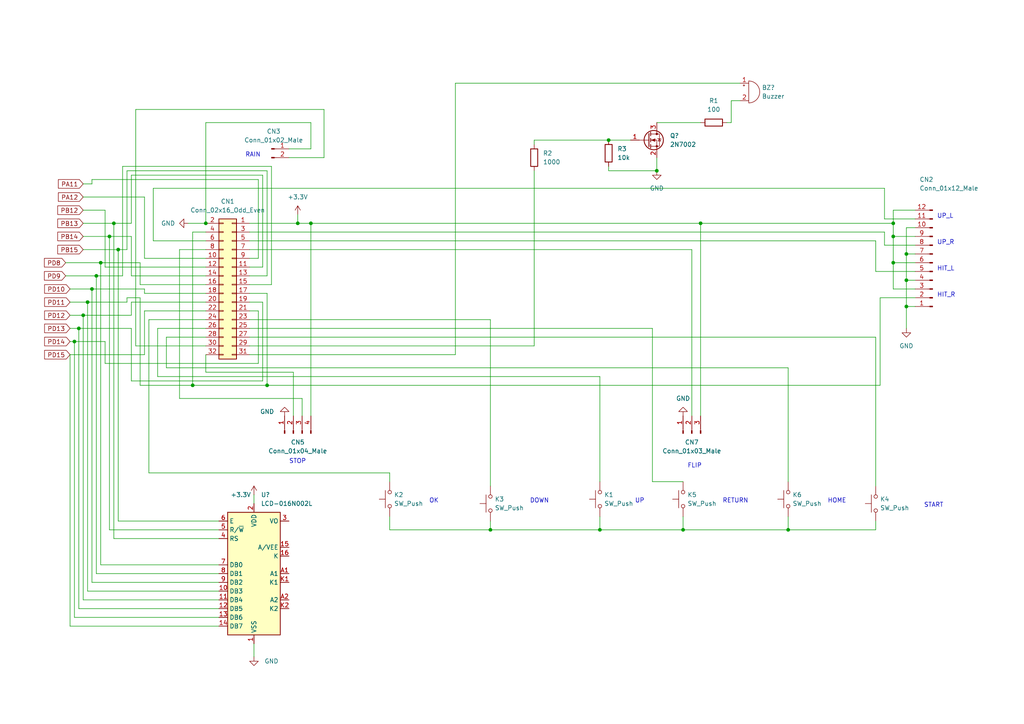
<source format=kicad_sch>
(kicad_sch (version 20211123) (generator eeschema)
  (paper "A4")
  (lib_symbols
    (symbol "Connector:Conn_01x02_Male" (pin_names (offset 1.016) hide)
      (property "Reference" "J" (at 0 2.54 0))
      (property "Value" "Conn_01x02_Male" (at 0 -5.08 0))
      (symbol "Conn_01x02_Male_1_1"
        (polyline (pts (xy 1.27 -2.54) (xy 0.8636 -2.54)) (stroke (width 0.1524)))
        (polyline (pts (xy 1.27 0) (xy 0.8636 0)) (stroke (width 0.1524)))
        (rectangle (start 0.8636 -2.413) (end 0 -2.667) (stroke (width 0.1524)) (fill (type outline)))
        (rectangle (start 0.8636 0.127) (end 0 -0.127) (stroke (width 0.1524)) (fill (type outline)))
        (pin passive line (at 5.08 0 180) (length 3.81) (name "Pin_1") (number "1"))
        (pin passive line (at 5.08 -2.54 180) (length 3.81) (name "Pin_2") (number "2"))
      )
    )
    (symbol "Connector:Conn_01x03_Male" (pin_names (offset 1.016) hide)
      (property "Reference" "J" (at 0 5.08 0))
      (property "Value" "Conn_01x03_Male" (at 0 -5.08 0))
      (symbol "Conn_01x03_Male_1_1"
        (polyline (pts (xy 1.27 -2.54) (xy 0.8636 -2.54)) (stroke (width 0.1524)))
        (polyline (pts (xy 1.27 0) (xy 0.8636 0)) (stroke (width 0.1524)))
        (polyline (pts (xy 1.27 2.54) (xy 0.8636 2.54)) (stroke (width 0.1524)))
        (rectangle (start 0.8636 -2.413) (end 0 -2.667) (stroke (width 0.1524)) (fill (type outline)))
        (rectangle (start 0.8636 0.127) (end 0 -0.127) (stroke (width 0.1524)) (fill (type outline)))
        (rectangle (start 0.8636 2.667) (end 0 2.413) (stroke (width 0.1524)) (fill (type outline)))
        (pin passive line (at 5.08 2.54 180) (length 3.81) (name "Pin_1") (number "1"))
        (pin passive line (at 5.08 0 180) (length 3.81) (name "Pin_2") (number "2"))
        (pin passive line (at 5.08 -2.54 180) (length 3.81) (name "Pin_3") (number "3"))
      )
    )
    (symbol "Connector:Conn_01x04_Male" (pin_names (offset 1.016) hide)
      (property "Reference" "J" (at 0 5.08 0))
      (property "Value" "Conn_01x04_Male" (at 0 -7.62 0))
      (symbol "Conn_01x04_Male_1_1"
        (polyline (pts (xy 1.27 -5.08) (xy 0.8636 -5.08)) (stroke (width 0.1524)))
        (polyline (pts (xy 1.27 -2.54) (xy 0.8636 -2.54)) (stroke (width 0.1524)))
        (polyline (pts (xy 1.27 0) (xy 0.8636 0)) (stroke (width 0.1524)))
        (polyline (pts (xy 1.27 2.54) (xy 0.8636 2.54)) (stroke (width 0.1524)))
        (rectangle (start 0.8636 -4.953) (end 0 -5.207) (stroke (width 0.1524)) (fill (type outline)))
        (rectangle (start 0.8636 -2.413) (end 0 -2.667) (stroke (width 0.1524)) (fill (type outline)))
        (rectangle (start 0.8636 0.127) (end 0 -0.127) (stroke (width 0.1524)) (fill (type outline)))
        (rectangle (start 0.8636 2.667) (end 0 2.413) (stroke (width 0.1524)) (fill (type outline)))
        (pin passive line (at 5.08 2.54 180) (length 3.81) (name "Pin_1") (number "1"))
        (pin passive line (at 5.08 0 180) (length 3.81) (name "Pin_2") (number "2"))
        (pin passive line (at 5.08 -2.54 180) (length 3.81) (name "Pin_3") (number "3"))
        (pin passive line (at 5.08 -5.08 180) (length 3.81) (name "Pin_4") (number "4"))
      )
    )
    (symbol "Connector:Conn_01x12_Male" (pin_names (offset 1.016) hide)
      (property "Reference" "J" (at 0 15.24 0))
      (property "Value" "Conn_01x12_Male" (at 0 -17.78 0))
      (symbol "Conn_01x12_Male_1_1"
        (polyline (pts (xy 1.27 -15.24) (xy 0.8636 -15.24)) (stroke (width 0.1524)))
        (polyline (pts (xy 1.27 -12.7) (xy 0.8636 -12.7)) (stroke (width 0.1524)))
        (polyline (pts (xy 1.27 -10.16) (xy 0.8636 -10.16)) (stroke (width 0.1524)))
        (polyline (pts (xy 1.27 -7.62) (xy 0.8636 -7.62)) (stroke (width 0.1524)))
        (polyline (pts (xy 1.27 -5.08) (xy 0.8636 -5.08)) (stroke (width 0.1524)))
        (polyline (pts (xy 1.27 -2.54) (xy 0.8636 -2.54)) (stroke (width 0.1524)))
        (polyline (pts (xy 1.27 0) (xy 0.8636 0)) (stroke (width 0.1524)))
        (polyline (pts (xy 1.27 2.54) (xy 0.8636 2.54)) (stroke (width 0.1524)))
        (polyline (pts (xy 1.27 5.08) (xy 0.8636 5.08)) (stroke (width 0.1524)))
        (polyline (pts (xy 1.27 7.62) (xy 0.8636 7.62)) (stroke (width 0.1524)))
        (polyline (pts (xy 1.27 10.16) (xy 0.8636 10.16)) (stroke (width 0.1524)))
        (polyline (pts (xy 1.27 12.7) (xy 0.8636 12.7)) (stroke (width 0.1524)))
        (rectangle (start 0.8636 -15.113) (end 0 -15.367) (stroke (width 0.1524)) (fill (type outline)))
        (rectangle (start 0.8636 -12.573) (end 0 -12.827) (stroke (width 0.1524)) (fill (type outline)))
        (rectangle (start 0.8636 -10.033) (end 0 -10.287) (stroke (width 0.1524)) (fill (type outline)))
        (rectangle (start 0.8636 -7.493) (end 0 -7.747) (stroke (width 0.1524)) (fill (type outline)))
        (rectangle (start 0.8636 -4.953) (end 0 -5.207) (stroke (width 0.1524)) (fill (type outline)))
        (rectangle (start 0.8636 -2.413) (end 0 -2.667) (stroke (width 0.1524)) (fill (type outline)))
        (rectangle (start 0.8636 0.127) (end 0 -0.127) (stroke (width 0.1524)) (fill (type outline)))
        (rectangle (start 0.8636 2.667) (end 0 2.413) (stroke (width 0.1524)) (fill (type outline)))
        (rectangle (start 0.8636 5.207) (end 0 4.953) (stroke (width 0.1524)) (fill (type outline)))
        (rectangle (start 0.8636 7.747) (end 0 7.493) (stroke (width 0.1524)) (fill (type outline)))
        (rectangle (start 0.8636 10.287) (end 0 10.033) (stroke (width 0.1524)) (fill (type outline)))
        (rectangle (start 0.8636 12.827) (end 0 12.573) (stroke (width 0.1524)) (fill (type outline)))
        (pin passive line (at 5.08 12.7 180) (length 3.81) (name "Pin_1") (number "1"))
        (pin passive line (at 5.08 -10.16 180) (length 3.81) (name "Pin_10") (number "10"))
        (pin passive line (at 5.08 -12.7 180) (length 3.81) (name "Pin_11") (number "11"))
        (pin passive line (at 5.08 -15.24 180) (length 3.81) (name "Pin_12") (number "12"))
        (pin passive line (at 5.08 10.16 180) (length 3.81) (name "Pin_2") (number "2"))
        (pin passive line (at 5.08 7.62 180) (length 3.81) (name "Pin_3") (number "3"))
        (pin passive line (at 5.08 5.08 180) (length 3.81) (name "Pin_4") (number "4"))
        (pin passive line (at 5.08 2.54 180) (length 3.81) (name "Pin_5") (number "5"))
        (pin passive line (at 5.08 0 180) (length 3.81) (name "Pin_6") (number "6"))
        (pin passive line (at 5.08 -2.54 180) (length 3.81) (name "Pin_7") (number "7"))
        (pin passive line (at 5.08 -5.08 180) (length 3.81) (name "Pin_8") (number "8"))
        (pin passive line (at 5.08 -7.62 180) (length 3.81) (name "Pin_9") (number "9"))
      )
    )
    (symbol "Connector_Generic:Conn_02x16_Odd_Even" (pin_names (offset 1.016) hide)
      (property "Reference" "J" (at 1.27 20.32 0))
      (property "Value" "Conn_02x16_Odd_Even" (at 1.27 -22.86 0))
      (symbol "Conn_02x16_Odd_Even_1_1"
        (rectangle (start -1.27 -20.193) (end 0 -20.447) (stroke (width 0.1524)))
        (rectangle (start -1.27 -17.653) (end 0 -17.907) (stroke (width 0.1524)))
        (rectangle (start -1.27 -15.113) (end 0 -15.367) (stroke (width 0.1524)))
        (rectangle (start -1.27 -12.573) (end 0 -12.827) (stroke (width 0.1524)))
        (rectangle (start -1.27 -10.033) (end 0 -10.287) (stroke (width 0.1524)))
        (rectangle (start -1.27 -7.493) (end 0 -7.747) (stroke (width 0.1524)))
        (rectangle (start -1.27 -4.953) (end 0 -5.207) (stroke (width 0.1524)))
        (rectangle (start -1.27 -2.413) (end 0 -2.667) (stroke (width 0.1524)))
        (rectangle (start -1.27 0.127) (end 0 -0.127) (stroke (width 0.1524)))
        (rectangle (start -1.27 2.667) (end 0 2.413) (stroke (width 0.1524)))
        (rectangle (start -1.27 5.207) (end 0 4.953) (stroke (width 0.1524)))
        (rectangle (start -1.27 7.747) (end 0 7.493) (stroke (width 0.1524)))
        (rectangle (start -1.27 10.287) (end 0 10.033) (stroke (width 0.1524)))
        (rectangle (start -1.27 12.827) (end 0 12.573) (stroke (width 0.1524)))
        (rectangle (start -1.27 15.367) (end 0 15.113) (stroke (width 0.1524)))
        (rectangle (start -1.27 17.907) (end 0 17.653) (stroke (width 0.1524)))
        (rectangle (start -1.27 19.05) (end 3.81 -21.59) (stroke (width 0.254)) (fill (type background)))
        (rectangle (start 3.81 -20.193) (end 2.54 -20.447) (stroke (width 0.1524)))
        (rectangle (start 3.81 -17.653) (end 2.54 -17.907) (stroke (width 0.1524)))
        (rectangle (start 3.81 -15.113) (end 2.54 -15.367) (stroke (width 0.1524)))
        (rectangle (start 3.81 -12.573) (end 2.54 -12.827) (stroke (width 0.1524)))
        (rectangle (start 3.81 -10.033) (end 2.54 -10.287) (stroke (width 0.1524)))
        (rectangle (start 3.81 -7.493) (end 2.54 -7.747) (stroke (width 0.1524)))
        (rectangle (start 3.81 -4.953) (end 2.54 -5.207) (stroke (width 0.1524)))
        (rectangle (start 3.81 -2.413) (end 2.54 -2.667) (stroke (width 0.1524)))
        (rectangle (start 3.81 0.127) (end 2.54 -0.127) (stroke (width 0.1524)))
        (rectangle (start 3.81 2.667) (end 2.54 2.413) (stroke (width 0.1524)))
        (rectangle (start 3.81 5.207) (end 2.54 4.953) (stroke (width 0.1524)))
        (rectangle (start 3.81 7.747) (end 2.54 7.493) (stroke (width 0.1524)))
        (rectangle (start 3.81 10.287) (end 2.54 10.033) (stroke (width 0.1524)))
        (rectangle (start 3.81 12.827) (end 2.54 12.573) (stroke (width 0.1524)))
        (rectangle (start 3.81 15.367) (end 2.54 15.113) (stroke (width 0.1524)))
        (rectangle (start 3.81 17.907) (end 2.54 17.653) (stroke (width 0.1524)))
        (pin passive line (at -5.08 17.78 0) (length 3.81) (name "Pin_1") (number "1"))
        (pin passive line (at 7.62 7.62 180) (length 3.81) (name "Pin_10") (number "10"))
        (pin passive line (at -5.08 5.08 0) (length 3.81) (name "Pin_11") (number "11"))
        (pin passive line (at 7.62 5.08 180) (length 3.81) (name "Pin_12") (number "12"))
        (pin passive line (at -5.08 2.54 0) (length 3.81) (name "Pin_13") (number "13"))
        (pin passive line (at 7.62 2.54 180) (length 3.81) (name "Pin_14") (number "14"))
        (pin passive line (at -5.08 0 0) (length 3.81) (name "Pin_15") (number "15"))
        (pin passive line (at 7.62 0 180) (length 3.81) (name "Pin_16") (number "16"))
        (pin passive line (at -5.08 -2.54 0) (length 3.81) (name "Pin_17") (number "17"))
        (pin passive line (at 7.62 -2.54 180) (length 3.81) (name "Pin_18") (number "18"))
        (pin passive line (at -5.08 -5.08 0) (length 3.81) (name "Pin_19") (number "19"))
        (pin passive line (at 7.62 17.78 180) (length 3.81) (name "Pin_2") (number "2"))
        (pin passive line (at 7.62 -5.08 180) (length 3.81) (name "Pin_20") (number "20"))
        (pin passive line (at -5.08 -7.62 0) (length 3.81) (name "Pin_21") (number "21"))
        (pin passive line (at 7.62 -7.62 180) (length 3.81) (name "Pin_22") (number "22"))
        (pin passive line (at -5.08 -10.16 0) (length 3.81) (name "Pin_23") (number "23"))
        (pin passive line (at 7.62 -10.16 180) (length 3.81) (name "Pin_24") (number "24"))
        (pin passive line (at -5.08 -12.7 0) (length 3.81) (name "Pin_25") (number "25"))
        (pin passive line (at 7.62 -12.7 180) (length 3.81) (name "Pin_26") (number "26"))
        (pin passive line (at -5.08 -15.24 0) (length 3.81) (name "Pin_27") (number "27"))
        (pin passive line (at 7.62 -15.24 180) (length 3.81) (name "Pin_28") (number "28"))
        (pin passive line (at -5.08 -17.78 0) (length 3.81) (name "Pin_29") (number "29"))
        (pin passive line (at -5.08 15.24 0) (length 3.81) (name "Pin_3") (number "3"))
        (pin passive line (at 7.62 -17.78 180) (length 3.81) (name "Pin_30") (number "30"))
        (pin passive line (at -5.08 -20.32 0) (length 3.81) (name "Pin_31") (number "31"))
        (pin passive line (at 7.62 -20.32 180) (length 3.81) (name "Pin_32") (number "32"))
        (pin passive line (at 7.62 15.24 180) (length 3.81) (name "Pin_4") (number "4"))
        (pin passive line (at -5.08 12.7 0) (length 3.81) (name "Pin_5") (number "5"))
        (pin passive line (at 7.62 12.7 180) (length 3.81) (name "Pin_6") (number "6"))
        (pin passive line (at -5.08 10.16 0) (length 3.81) (name "Pin_7") (number "7"))
        (pin passive line (at 7.62 10.16 180) (length 3.81) (name "Pin_8") (number "8"))
        (pin passive line (at -5.08 7.62 0) (length 3.81) (name "Pin_9") (number "9"))
      )
    )
    (symbol "Device:Buzzer" (pin_names (offset 0.0254) hide)
      (property "Reference" "BZ" (at 3.81 1.27 0))
      (property "Value" "Buzzer" (at 3.81 -1.27 0))
      (symbol "Buzzer_0_1"
        (arc (start 0 -3.175) (mid 3.175 0) (end 0 3.175))
        (polyline (pts (xy -1.651 1.905) (xy -1.143 1.905)))
        (polyline (pts (xy -1.397 2.159) (xy -1.397 1.651)))
        (polyline (pts (xy 0 3.175) (xy 0 -3.175)))
      )
      (symbol "Buzzer_1_1"
        (pin passive line (at -2.54 2.54 0) (length 2.54) (name "-") (number "1"))
        (pin passive line (at -2.54 -2.54 0) (length 2.54) (name "+") (number "2"))
      )
    )
    (symbol "Device:R" (pin_numbers hide) (pin_names (offset 0))
      (property "Reference" "R" (at 2.032 0 90))
      (property "Value" "R" (at 0 0 90))
      (symbol "R_0_1"
        (rectangle (start -1.016 -2.54) (end 1.016 2.54) (stroke (width 0.254)))
      )
      (symbol "R_1_1"
        (pin passive line (at 0 3.81 270) (length 1.27) (name "~") (number "1"))
        (pin passive line (at 0 -3.81 90) (length 1.27) (name "~") (number "2"))
      )
    )
    (symbol "Display_Character:LCD-016N002L"
      (property "Reference" "U" (at -6.35 18.796 0))
      (property "Value" "LCD-016N002L" (at 8.636 18.796 0))
      (symbol "LCD-016N002L_1_1"
        (rectangle (start -7.62 17.78) (end 7.62 -17.78) (stroke (width 0.254)) (fill (type background)))
        (pin power_in line (at 0 -20.32 90) (length 2.54) (name "VSS") (number "1"))
        (pin bidirectional line (at -10.16 -5.08 0) (length 2.54) (name "DB3") (number "10"))
        (pin bidirectional line (at -10.16 -7.62 0) (length 2.54) (name "DB4") (number "11"))
        (pin bidirectional line (at -10.16 -10.16 0) (length 2.54) (name "DB5") (number "12"))
        (pin bidirectional line (at -10.16 -12.7 0) (length 2.54) (name "DB6") (number "13"))
        (pin bidirectional line (at -10.16 -15.24 0) (length 2.54) (name "DB7") (number "14"))
        (pin power_in line (at 10.16 7.62 180) (length 2.54) (name "A/VEE") (number "15"))
        (pin power_in line (at 10.16 5.08 180) (length 2.54) (name "K") (number "16"))
        (pin power_in line (at 0 20.32 270) (length 2.54) (name "VDD") (number "2"))
        (pin input line (at 10.16 15.24 180) (length 2.54) (name "VO") (number "3"))
        (pin input line (at -10.16 10.16 0) (length 2.54) (name "RS") (number "4"))
        (pin input line (at -10.16 12.7 0) (length 2.54) (name "R/~{W}") (number "5"))
        (pin input line (at -10.16 15.24 0) (length 2.54) (name "E") (number "6"))
        (pin bidirectional line (at -10.16 2.54 0) (length 2.54) (name "DB0") (number "7"))
        (pin bidirectional line (at -10.16 0 0) (length 2.54) (name "DB1") (number "8"))
        (pin bidirectional line (at -10.16 -2.54 0) (length 2.54) (name "DB2") (number "9"))
        (pin power_in line (at 10.16 0 180) (length 2.54) (name "A1") (number "A1"))
        (pin power_in line (at 10.16 -7.62 180) (length 2.54) (name "A2") (number "A2"))
        (pin power_in line (at 10.16 -2.54 180) (length 2.54) (name "K1") (number "K1"))
        (pin power_in line (at 10.16 -10.16 180) (length 2.54) (name "K2") (number "K2"))
      )
    )
    (symbol "Switch:SW_Push" (pin_numbers hide) (pin_names (offset 1.016) hide)
      (property "Reference" "SW" (at 1.27 2.54 0))
      (property "Value" "SW_Push" (at 0 -1.524 0))
      (symbol "SW_Push_0_1"
        (circle (center -2.032 0) (radius 0.508))
        (polyline (pts (xy 0 1.27) (xy 0 3.048)))
        (polyline (pts (xy 2.54 1.27) (xy -2.54 1.27)))
        (circle (center 2.032 0) (radius 0.508))
        (pin passive line (at -5.08 0 0) (length 2.54) (name "1") (number "1"))
        (pin passive line (at 5.08 0 180) (length 2.54) (name "2") (number "2"))
      )
    )
    (symbol "Transistor_FET:2N7002" (pin_names hide)
      (property "Reference" "Q" (at 5.08 1.905 0))
      (property "Value" "2N7002" (at 5.08 0 0))
      (symbol "2N7002_0_1"
        (polyline (pts (xy 0.254 0) (xy -2.54 0)))
        (polyline (pts (xy 0.254 1.905) (xy 0.254 -1.905)) (stroke (width 0.254)))
        (polyline (pts (xy 0.762 -1.27) (xy 0.762 -2.286)) (stroke (width 0.254)))
        (polyline (pts (xy 0.762 0.508) (xy 0.762 -0.508)) (stroke (width 0.254)))
        (polyline (pts (xy 0.762 2.286) (xy 0.762 1.27)) (stroke (width 0.254)))
        (polyline (pts (xy 2.54 2.54) (xy 2.54 1.778)))
        (polyline (pts (xy 2.54 -2.54) (xy 2.54 0) (xy 0.762 0)))
        (polyline (pts (xy 0.762 -1.778) (xy 3.302 -1.778) (xy 3.302 1.778) (xy 0.762 1.778)))
        (polyline (pts (xy 1.016 0) (xy 2.032 0.381) (xy 2.032 -0.381) (xy 1.016 0)) (fill (type outline)))
        (polyline (pts (xy 2.794 0.508) (xy 2.921 0.381) (xy 3.683 0.381) (xy 3.81 0.254)))
        (polyline (pts (xy 3.302 0.381) (xy 2.921 -0.254) (xy 3.683 -0.254) (xy 3.302 0.381)))
        (circle (center 1.651 0) (radius 2.794) (stroke (width 0.254)))
        (circle (center 2.54 -1.778) (radius 0.254) (fill (type outline)))
        (circle (center 2.54 1.778) (radius 0.254) (fill (type outline)))
      )
      (symbol "2N7002_1_1"
        (pin input line (at -5.08 0 0) (length 2.54) (name "G") (number "1"))
        (pin passive line (at 2.54 -5.08 90) (length 2.54) (name "S") (number "2"))
        (pin passive line (at 2.54 5.08 270) (length 2.54) (name "D") (number "3"))
      )
    )
    (symbol "power:+3.3V" (power) (pin_names (offset 0))
      (property "Value" "+3.3V" (at 0 3.556 0))
      (symbol "+3.3V_0_1"
        (polyline (pts (xy -0.762 1.27) (xy 0 2.54)))
        (polyline (pts (xy 0 0) (xy 0 2.54)))
        (polyline (pts (xy 0 2.54) (xy 0.762 1.27)))
      )
      (symbol "+3.3V_1_1"
        (pin power_in line (at 0 0 90) (length 0) hide (name "+3.3V") (number "1"))
      )
    )
    (symbol "power:GND" (power) (pin_names (offset 0))
      (property "Value" "GND" (at 0 -3.81 0))
      (symbol "GND_0_1"
        (polyline (pts (xy 0 0) (xy 0 -1.27) (xy 1.27 -1.27) (xy 0 -2.54) (xy -1.27 -1.27) (xy 0 -1.27)))
      )
      (symbol "GND_1_1"
        (pin power_in line (at 0 0 270) (length 0) hide (name "GND") (number "1"))
      )
    )
  )
  (junction (at 55.88 111.76))
  (junction (at 90.17 64.77))
  (junction (at 142.24 153.67))
  (junction (at 173.99 153.67))
  (junction (at 198.12 153.67))
  (junction (at 259.08 68.58))
  (junction (at 25.4 87.63))
  (junction (at 262.89 81.28))
  (junction (at 22.86 95.25))
  (junction (at 33.02 64.77))
  (junction (at 228.6 153.67))
  (junction (at 262.89 88.9))
  (junction (at 24.13 91.44))
  (junction (at 259.08 64.77))
  (junction (at 34.29 72.39))
  (junction (at 176.53 40.64))
  (junction (at 203.2 64.77))
  (junction (at 26.67 83.82))
  (junction (at 59.69 64.77))
  (junction (at 77.47 111.76))
  (junction (at 86.36 64.77))
  (junction (at 29.21 76.2))
  (junction (at 262.89 73.66))
  (junction (at 27.94 80.01))
  (junction (at 21.59 99.06))
  (junction (at 31.75 68.58))
  (junction (at 190.5 49.53))
  (junction (at 259.08 76.2))
  (wire (pts (xy 38.1 64.77) (xy 33.02 64.77)))
  (wire (pts (xy 72.39 74.93) (xy 74.93 74.93)))
  (wire (pts (xy 256.54 63.5) (xy 265.43 63.5)))
  (wire (pts (xy 30.48 77.47) (xy 30.48 60.96)))
  (wire (pts (xy 34.29 72.39) (xy 34.29 151.13)))
  (wire (pts (xy 19.05 76.2) (xy 29.21 76.2)))
  (wire (pts (xy 77.47 80.01) (xy 77.47 49.53)))
  (wire (pts (xy 63.5 163.83) (xy 29.21 163.83)))
  (wire (pts (xy 30.48 105.41) (xy 30.48 99.06)))
  (wire (pts (xy 26.67 53.34) (xy 24.13 53.34)))
  (wire (pts (xy 72.39 100.33) (xy 154.94 100.33)))
  (wire (pts (xy 189.23 139.7) (xy 198.12 139.7)))
  (wire (pts (xy 90.17 64.77) (xy 90.17 120.65)))
  (wire (pts (xy 63.5 168.91) (xy 26.67 168.91)))
  (wire (pts (xy 41.91 90.17) (xy 59.69 90.17)))
  (wire (pts (xy 259.08 68.58) (xy 259.08 76.2)))
  (wire (pts (xy 24.13 91.44) (xy 38.1 91.44)))
  (wire (pts (xy 25.4 171.45) (xy 25.4 87.63)))
  (wire (pts (xy 36.83 72.39) (xy 34.29 72.39)))
  (wire (pts (xy 198.12 153.67) (xy 228.6 153.67)))
  (wire (pts (xy 78.74 48.26) (xy 35.56 48.26)))
  (wire (pts (xy 76.2 50.8) (xy 38.1 50.8)))
  (wire (pts (xy 113.03 149.86) (xy 113.03 153.67)))
  (wire (pts (xy 154.94 49.53) (xy 154.94 100.33)))
  (wire (pts (xy 198.12 149.86) (xy 198.12 153.67)))
  (wire (pts (xy 59.69 35.56) (xy 59.69 64.77)))
  (wire (pts (xy 254 97.79) (xy 254 140.97)))
  (wire (pts (xy 203.2 64.77) (xy 259.08 64.77)))
  (wire (pts (xy 24.13 173.99) (xy 24.13 91.44)))
  (wire (pts (xy 36.83 49.53) (xy 36.83 72.39)))
  (wire (pts (xy 31.75 68.58) (xy 24.13 68.58)))
  (wire (pts (xy 63.5 171.45) (xy 25.4 171.45)))
  (wire (pts (xy 176.53 48.26) (xy 176.53 49.53)))
  (wire (pts (xy 36.83 86.36) (xy 40.64 86.36)))
  (wire (pts (xy 59.69 85.09) (xy 41.91 85.09)))
  (wire (pts (xy 83.82 43.18) (xy 90.17 43.18)))
  (wire (pts (xy 83.82 45.72) (xy 93.98 45.72)))
  (wire (pts (xy 182.88 40.64) (xy 176.53 40.64)))
  (wire (pts (xy 265.43 68.58) (xy 259.08 68.58)))
  (wire (pts (xy 35.56 80.01) (xy 27.94 80.01)))
  (wire (pts (xy 36.83 87.63) (xy 36.83 86.36)))
  (wire (pts (xy 30.48 99.06) (xy 21.59 99.06)))
  (wire (pts (xy 256.54 67.31) (xy 256.54 71.12)))
  (wire (pts (xy 210.82 35.56) (xy 212.09 35.56)))
  (wire (pts (xy 26.67 168.91) (xy 26.67 83.82)))
  (wire (pts (xy 72.39 69.85) (xy 254 69.85)))
  (wire (pts (xy 90.17 43.18) (xy 90.17 35.56)))
  (wire (pts (xy 63.5 173.99) (xy 24.13 173.99)))
  (wire (pts (xy 34.29 72.39) (xy 24.13 72.39)))
  (wire (pts (xy 59.69 95.25) (xy 45.72 95.25)))
  (wire (pts (xy 142.24 151.13) (xy 142.24 153.67)))
  (wire (pts (xy 254 97.79) (xy 72.39 97.79)))
  (wire (pts (xy 173.99 149.86) (xy 173.99 153.67)))
  (wire (pts (xy 52.07 72.39) (xy 52.07 115.57)))
  (wire (pts (xy 87.63 115.57) (xy 87.63 120.65)))
  (wire (pts (xy 74.93 52.07) (xy 26.67 52.07)))
  (wire (pts (xy 59.69 102.87) (xy 59.69 107.95)))
  (wire (pts (xy 113.03 137.16) (xy 113.03 139.7)))
  (wire (pts (xy 63.5 166.37) (xy 27.94 166.37)))
  (wire (pts (xy 72.39 102.87) (xy 132.08 102.87)))
  (wire (pts (xy 55.88 67.31) (xy 55.88 111.76)))
  (wire (pts (xy 77.47 49.53) (xy 36.83 49.53)))
  (wire (pts (xy 41.91 90.17) (xy 41.91 102.87)))
  (wire (pts (xy 38.1 110.49) (xy 38.1 95.25)))
  (wire (pts (xy 41.91 85.09) (xy 41.91 83.82)))
  (wire (pts (xy 173.99 153.67) (xy 198.12 153.67)))
  (wire (pts (xy 40.64 76.2) (xy 40.64 82.55)))
  (wire (pts (xy 20.32 95.25) (xy 22.86 95.25)))
  (wire (pts (xy 86.36 62.23) (xy 86.36 64.77)))
  (wire (pts (xy 77.47 85.09) (xy 77.47 111.76)))
  (wire (pts (xy 256.54 54.61) (xy 256.54 63.5)))
  (wire (pts (xy 93.98 45.72) (xy 93.98 31.75)))
  (wire (pts (xy 43.18 92.71) (xy 43.18 137.16)))
  (wire (pts (xy 44.45 54.61) (xy 256.54 54.61)))
  (wire (pts (xy 262.89 81.28) (xy 262.89 88.9)))
  (wire (pts (xy 31.75 153.67) (xy 31.75 68.58)))
  (wire (pts (xy 22.86 176.53) (xy 22.86 95.25)))
  (wire (pts (xy 36.83 87.63) (xy 25.4 87.63)))
  (wire (pts (xy 43.18 137.16) (xy 113.03 137.16)))
  (wire (pts (xy 59.69 77.47) (xy 30.48 77.47)))
  (wire (pts (xy 265.43 60.96) (xy 259.08 60.96)))
  (wire (pts (xy 63.5 176.53) (xy 22.86 176.53)))
  (wire (pts (xy 256.54 71.12) (xy 265.43 71.12)))
  (wire (pts (xy 72.39 64.77) (xy 86.36 64.77)))
  (wire (pts (xy 265.43 66.04) (xy 262.89 66.04)))
  (wire (pts (xy 39.37 31.75) (xy 39.37 100.33)))
  (wire (pts (xy 73.66 186.69) (xy 73.66 190.5)))
  (wire (pts (xy 20.32 83.82) (xy 26.67 83.82)))
  (wire (pts (xy 26.67 52.07) (xy 26.67 53.34)))
  (wire (pts (xy 35.56 48.26) (xy 35.56 80.01)))
  (wire (pts (xy 254 151.13) (xy 254 153.67)))
  (wire (pts (xy 45.72 95.25) (xy 45.72 109.22)))
  (wire (pts (xy 212.09 29.21) (xy 212.09 35.56)))
  (wire (pts (xy 176.53 49.53) (xy 190.5 49.53)))
  (wire (pts (xy 254 69.85) (xy 254 78.74)))
  (wire (pts (xy 72.39 72.39) (xy 200.66 72.39)))
  (wire (pts (xy 265.43 83.82) (xy 259.08 83.82)))
  (wire (pts (xy 132.08 24.13) (xy 214.63 24.13)))
  (wire (pts (xy 259.08 76.2) (xy 265.43 76.2)))
  (wire (pts (xy 142.24 153.67) (xy 113.03 153.67)))
  (wire (pts (xy 30.48 105.41) (xy 74.93 105.41)))
  (wire (pts (xy 72.39 95.25) (xy 189.23 95.25)))
  (wire (pts (xy 54.61 64.77) (xy 59.69 64.77)))
  (wire (pts (xy 59.69 69.85) (xy 44.45 69.85)))
  (wire (pts (xy 59.69 67.31) (xy 55.88 67.31)))
  (wire (pts (xy 40.64 86.36) (xy 40.64 111.76)))
  (wire (pts (xy 52.07 115.57) (xy 87.63 115.57)))
  (wire (pts (xy 142.24 92.71) (xy 142.24 140.97)))
  (wire (pts (xy 59.69 92.71) (xy 43.18 92.71)))
  (wire (pts (xy 72.39 80.01) (xy 77.47 80.01)))
  (wire (pts (xy 20.32 102.87) (xy 20.32 181.61)))
  (wire (pts (xy 34.29 151.13) (xy 63.5 151.13)))
  (wire (pts (xy 190.5 45.72) (xy 190.5 49.53)))
  (wire (pts (xy 200.66 72.39) (xy 200.66 120.65)))
  (wire (pts (xy 262.89 88.9) (xy 265.43 88.9)))
  (wire (pts (xy 262.89 66.04) (xy 262.89 73.66)))
  (wire (pts (xy 22.86 95.25) (xy 38.1 95.25)))
  (wire (pts (xy 76.2 77.47) (xy 76.2 50.8)))
  (wire (pts (xy 85.09 120.65) (xy 85.09 107.95)))
  (wire (pts (xy 63.5 179.07) (xy 21.59 179.07)))
  (wire (pts (xy 59.69 72.39) (xy 52.07 72.39)))
  (wire (pts (xy 40.64 82.55) (xy 59.69 82.55)))
  (wire (pts (xy 27.94 80.01) (xy 19.05 80.01)))
  (wire (pts (xy 72.39 92.71) (xy 142.24 92.71)))
  (wire (pts (xy 55.88 111.76) (xy 77.47 111.76)))
  (wire (pts (xy 72.39 90.17) (xy 74.93 90.17)))
  (wire (pts (xy 259.08 60.96) (xy 259.08 64.77)))
  (wire (pts (xy 173.99 109.22) (xy 173.99 139.7)))
  (wire (pts (xy 76.2 87.63) (xy 76.2 110.49)))
  (wire (pts (xy 72.39 67.31) (xy 256.54 67.31)))
  (wire (pts (xy 77.47 111.76) (xy 255.27 111.76)))
  (wire (pts (xy 214.63 29.21) (xy 212.09 29.21)))
  (wire (pts (xy 72.39 85.09) (xy 77.47 85.09)))
  (wire (pts (xy 30.48 60.96) (xy 24.13 60.96)))
  (wire (pts (xy 29.21 76.2) (xy 40.64 76.2)))
  (wire (pts (xy 33.02 64.77) (xy 33.02 156.21)))
  (wire (pts (xy 93.98 31.75) (xy 39.37 31.75)))
  (wire (pts (xy 86.36 64.77) (xy 90.17 64.77)))
  (wire (pts (xy 255.27 111.76) (xy 255.27 86.36)))
  (wire (pts (xy 33.02 64.77) (xy 24.13 64.77)))
  (wire (pts (xy 41.91 74.93) (xy 59.69 74.93)))
  (wire (pts (xy 85.09 107.95) (xy 59.69 107.95)))
  (wire (pts (xy 63.5 153.67) (xy 31.75 153.67)))
  (wire (pts (xy 142.24 153.67) (xy 173.99 153.67)))
  (wire (pts (xy 72.39 77.47) (xy 76.2 77.47)))
  (wire (pts (xy 48.26 97.79) (xy 48.26 106.68)))
  (wire (pts (xy 38.1 110.49) (xy 76.2 110.49)))
  (wire (pts (xy 33.02 156.21) (xy 63.5 156.21)))
  (wire (pts (xy 21.59 99.06) (xy 21.59 179.07)))
  (wire (pts (xy 72.39 87.63) (xy 76.2 87.63)))
  (wire (pts (xy 265.43 73.66) (xy 262.89 73.66)))
  (wire (pts (xy 27.94 166.37) (xy 27.94 80.01)))
  (wire (pts (xy 59.69 97.79) (xy 48.26 97.79)))
  (wire (pts (xy 39.37 100.33) (xy 59.69 100.33)))
  (wire (pts (xy 74.93 90.17) (xy 74.93 105.41)))
  (wire (pts (xy 38.1 50.8) (xy 38.1 64.77)))
  (wire (pts (xy 44.45 69.85) (xy 44.45 54.61)))
  (wire (pts (xy 20.32 102.87) (xy 41.91 102.87)))
  (wire (pts (xy 259.08 64.77) (xy 259.08 68.58)))
  (wire (pts (xy 72.39 82.55) (xy 78.74 82.55)))
  (wire (pts (xy 189.23 95.25) (xy 189.23 139.7)))
  (wire (pts (xy 190.5 35.56) (xy 203.2 35.56)))
  (wire (pts (xy 20.32 99.06) (xy 21.59 99.06)))
  (wire (pts (xy 265.43 81.28) (xy 262.89 81.28)))
  (wire (pts (xy 20.32 91.44) (xy 24.13 91.44)))
  (wire (pts (xy 38.1 87.63) (xy 38.1 91.44)))
  (wire (pts (xy 228.6 149.86) (xy 228.6 153.67)))
  (wire (pts (xy 38.1 87.63) (xy 59.69 87.63)))
  (wire (pts (xy 255.27 86.36) (xy 265.43 86.36)))
  (wire (pts (xy 40.64 111.76) (xy 55.88 111.76)))
  (wire (pts (xy 259.08 76.2) (xy 259.08 83.82)))
  (wire (pts (xy 24.13 57.15) (xy 41.91 57.15)))
  (wire (pts (xy 262.89 88.9) (xy 262.89 95.25)))
  (wire (pts (xy 154.94 40.64) (xy 154.94 41.91)))
  (wire (pts (xy 154.94 40.64) (xy 176.53 40.64)))
  (wire (pts (xy 25.4 87.63) (xy 20.32 87.63)))
  (wire (pts (xy 38.1 80.01) (xy 38.1 68.58)))
  (wire (pts (xy 90.17 64.77) (xy 203.2 64.77)))
  (wire (pts (xy 38.1 68.58) (xy 31.75 68.58)))
  (wire (pts (xy 41.91 57.15) (xy 41.91 74.93)))
  (wire (pts (xy 90.17 35.56) (xy 59.69 35.56)))
  (wire (pts (xy 45.72 109.22) (xy 173.99 109.22)))
  (wire (pts (xy 132.08 102.87) (xy 132.08 24.13)))
  (wire (pts (xy 228.6 106.68) (xy 228.6 139.7)))
  (wire (pts (xy 48.26 106.68) (xy 228.6 106.68)))
  (wire (pts (xy 228.6 153.67) (xy 254 153.67)))
  (wire (pts (xy 74.93 74.93) (xy 74.93 52.07)))
  (wire (pts (xy 29.21 163.83) (xy 29.21 76.2)))
  (wire (pts (xy 78.74 82.55) (xy 78.74 48.26)))
  (wire (pts (xy 63.5 181.61) (xy 20.32 181.61)))
  (wire (pts (xy 26.67 83.82) (xy 41.91 83.82)))
  (wire (pts (xy 59.69 80.01) (xy 38.1 80.01)))
  (wire (pts (xy 203.2 64.77) (xy 203.2 120.65)))
  (wire (pts (xy 262.89 73.66) (xy 262.89 81.28)))
  (wire (pts (xy 254 78.74) (xy 265.43 78.74)))
  (wire (pts (xy 73.66 143.51) (xy 73.66 146.05)))
  (text "DOWN" (at 153.67 146.05 0) (effects (font (size 1.27 1.27)) (justify left bottom)))
  (text "UP" (at 184.15 146.05 0) (effects (font (size 1.27 1.27)) (justify left bottom)))
  (text "HOME" (at 240.03 146.05 0) (effects (font (size 1.27 1.27)) (justify left bottom)))
  (text "UP_R" (at 271.78 71.12 0) (effects (font (size 1.27 1.27)) (justify left bottom)))
  (text "OK" (at 124.46 146.05 0) (effects (font (size 1.27 1.27)) (justify left bottom)))
  (text "STOP" (at 83.82 134.62 0) (effects (font (size 1.27 1.27)) (justify left bottom)))
  (text "HIT_R" (at 271.78 86.36 0) (effects (font (size 1.27 1.27)) (justify left bottom)))
  (text "HIT_L" (at 271.78 78.74 0) (effects (font (size 1.27 1.27)) (justify left bottom)))
  (text "START" (at 267.97 147.32 0) (effects (font (size 1.27 1.27)) (justify left bottom)))
  (text "FLIP" (at 199.39 135.89 0) (effects (font (size 1.27 1.27)) (justify left bottom)))
  (text "RAIN" (at 71.12 45.72 0) (effects (font (size 1.27 1.27)) (justify left bottom)))
  (text "RETURN" (at 209.55 146.05 0) (effects (font (size 1.27 1.27)) (justify left bottom)))
  (text "UP_L" (at 271.78 63.5 0) (effects (font (size 1.27 1.27)) (justify left bottom)))
  (global_label "PB12" (shape input) (at 24.13 60.96 180) (property "Intersheet References" "${INTERSHEET_REFS}" (effects hide)))
  (global_label "PB14" (shape input) (at 24.13 68.58 180) (property "Intersheet References" "${INTERSHEET_REFS}" (effects hide)))
  (global_label "PD13" (shape input) (at 20.32 95.25 180) (property "Intersheet References" "${INTERSHEET_REFS}" (effects hide)))
  (global_label "PB13" (shape input) (at 24.13 64.77 180) (property "Intersheet References" "${INTERSHEET_REFS}" (effects hide)))
  (global_label "PD15" (shape input) (at 20.32 102.87 180) (property "Intersheet References" "${INTERSHEET_REFS}" (effects hide)))
  (global_label "PD14" (shape input) (at 20.32 99.06 180) (property "Intersheet References" "${INTERSHEET_REFS}" (effects hide)))
  (global_label "PA11" (shape input) (at 24.13 53.34 180) (property "Intersheet References" "${INTERSHEET_REFS}" (effects hide)))
  (global_label "PD9" (shape input) (at 19.05 80.01 180) (property "Intersheet References" "${INTERSHEET_REFS}" (effects hide)))
  (global_label "PD10" (shape input) (at 20.32 83.82 180) (property "Intersheet References" "${INTERSHEET_REFS}" (effects hide)))
  (global_label "PD12" (shape input) (at 20.32 91.44 180) (property "Intersheet References" "${INTERSHEET_REFS}" (effects hide)))
  (global_label "PA12" (shape input) (at 24.13 57.15 180) (property "Intersheet References" "${INTERSHEET_REFS}" (effects hide)))
  (global_label "PD8" (shape input) (at 19.05 76.2 180) (property "Intersheet References" "${INTERSHEET_REFS}" (effects hide)))
  (global_label "PB15" (shape input) (at 24.13 72.39 180) (property "Intersheet References" "${INTERSHEET_REFS}" (effects hide)))
  (global_label "PD11" (shape input) (at 20.32 87.63 180) (property "Intersheet References" "${INTERSHEET_REFS}" (effects hide)))
  (symbol (lib_id "Display_Character:LCD-016N002L") (at 73.66 166.37 0) (unit 1)
    (property "Reference" "U?" (at 75.6794 143.51 0) (effects (justify left)))
    (property "Value" "LCD-016N002L" (at 75.6794 146.05 0) (effects (justify left)))
    (property "Footprint" "Display:LCD-016N002L" (effects hide))
    (property "Datasheet" "http://www.vishay.com/docs/37299/37299.pdf" (effects hide))
  )
  (symbol (lib_id "power:+3.3V") (at 86.36 62.23 0) (unit 1)
    (property "Reference" "#PWR?" (effects hide))
    (property "Value" "+3.3V" (at 86.36 57.15 0))
  )
  (symbol (lib_id "Switch:SW_Push") (at 254 146.05 90) (unit 1)
    (property "Reference" "K4" (at 255.27 144.7799 90) (effects (justify right)))
    (property "Value" "SW_Push" (at 255.27 147.3199 90) (effects (justify right)))
  )
  (symbol (lib_id "power:GND") (at 198.12 120.65 180) (unit 1)
    (property "Reference" "#PWR?" (effects hide))
    (property "Value" "GND" (at 198.12 115.57 0))
  )
  (symbol (lib_id "Switch:SW_Push") (at 113.03 144.78 90) (unit 1)
    (property "Reference" "K2" (at 114.3 143.5099 90) (effects (justify right)))
    (property "Value" "SW_Push" (at 114.3 146.0499 90) (effects (justify right)))
  )
  (symbol (lib_id "power:+3.3V") (at 73.66 143.51 0) (unit 1)
    (property "Reference" "#PWR?" (effects hide))
    (property "Value" "+3.3V" (at 69.85 143.51 0))
  )
  (symbol (lib_id "power:GND") (at 73.66 190.5 0) (unit 1)
    (property "Reference" "#PWR?" (effects hide))
    (property "Value" "GND" (at 78.74 191.77 0))
  )
  (symbol (lib_id "power:GND") (at 262.89 95.25 0) (unit 1)
    (property "Reference" "#PWR?" (effects hide))
    (property "Value" "GND" (at 262.89 100.33 0))
  )
  (symbol (lib_id "Connector:Conn_01x02_Male") (at 78.74 43.18 0) (unit 1)
    (property "Reference" "CN3" (at 79.375 38.1 0))
    (property "Value" "Conn_01x02_Male" (at 79.375 40.64 0))
  )
  (symbol (lib_id "Connector:Conn_01x03_Male") (at 200.66 125.73 90) (unit 1)
    (property "Reference" "CN7" (at 200.66 128.27 90))
    (property "Value" "Conn_01x03_Male" (at 200.66 130.81 90))
  )
  (symbol (lib_id "Switch:SW_Push") (at 142.24 146.05 90) (unit 1)
    (property "Reference" "K3" (at 143.51 144.7799 90) (effects (justify right)))
    (property "Value" "SW_Push" (at 143.51 147.3199 90) (effects (justify right)))
  )
  (symbol (lib_id "Device:R") (at 207.01 35.56 90) (unit 1)
    (property "Reference" "R1" (at 207.01 29.21 90))
    (property "Value" "100" (at 207.01 31.75 90))
  )
  (symbol (lib_id "Device:R") (at 176.53 44.45 180) (unit 1)
    (property "Reference" "R3" (at 179.07 43.1799 0) (effects (justify right)))
    (property "Value" "10k" (at 179.07 45.7199 0) (effects (justify right)))
  )
  (symbol (lib_id "Switch:SW_Push") (at 173.99 144.78 90) (unit 1)
    (property "Reference" "K1" (at 175.26 143.5099 90) (effects (justify right)))
    (property "Value" "SW_Push" (at 175.26 146.0499 90) (effects (justify right)))
  )
  (symbol (lib_id "power:GND") (at 190.5 49.53 0) (unit 1)
    (property "Reference" "#PWR?" (effects hide))
    (property "Value" "GND" (at 190.5 54.61 0))
  )
  (symbol (lib_id "power:GND") (at 54.61 64.77 270) (unit 1)
    (property "Reference" "#PWR?" (effects hide))
    (property "Value" "GND" (at 50.8 64.7699 90) (effects (justify right)))
  )
  (symbol (lib_id "Switch:SW_Push") (at 228.6 144.78 90) (unit 1)
    (property "Reference" "K6" (at 229.87 143.5099 90) (effects (justify right)))
    (property "Value" "SW_Push" (at 229.87 146.0499 90) (effects (justify right)))
  )
  (symbol (lib_id "Switch:SW_Push") (at 198.12 144.78 90) (unit 1)
    (property "Reference" "K5" (at 199.39 143.5099 90) (effects (justify right)))
    (property "Value" "SW_Push" (at 199.39 146.0499 90) (effects (justify right)))
  )
  (symbol (lib_id "Transistor_FET:2N7002") (at 187.96 40.64 0) (unit 1)
    (property "Reference" "Q?" (at 194.31 39.3699 0) (effects (justify left)))
    (property "Value" "2N7002" (at 194.31 41.9099 0) (effects (justify left)))
    (property "Footprint" "Package_TO_SOT_SMD:SOT-23" (effects hide))
    (property "Datasheet" "https://www.onsemi.com/pub/Collateral/NDS7002A-D.PDF" (effects hide))
  )
  (symbol (lib_id "Device:Buzzer") (at 217.17 26.67 0) (unit 1)
    (property "Reference" "BZ?" (at 220.98 25.3999 0) (effects (justify left)))
    (property "Value" "Buzzer" (at 220.98 27.9399 0) (effects (justify left)))
  )
  (symbol (lib_id "Connector:Conn_01x12_Male") (at 270.51 76.2 180) (unit 1)
    (property "Reference" "CN2" (at 266.7 52.07 0) (effects (justify right)))
    (property "Value" "Conn_01x12_Male" (at 266.7 54.61 0) (effects (justify right)))
  )
  (symbol (lib_id "Connector_Generic:Conn_02x16_Odd_Even") (at 67.31 82.55 0) (mirror y) (unit 1)
    (property "Reference" "CN1" (at 66.04 58.42 0))
    (property "Value" "Conn_02x16_Odd_Even" (at 66.04 60.96 0))
  )
  (symbol (lib_id "Device:R") (at 154.94 45.72 0) (unit 1)
    (property "Reference" "R2" (at 157.48 44.4499 0) (effects (justify left)))
    (property "Value" "1000" (at 157.48 46.9899 0) (effects (justify left)))
  )
  (symbol (lib_id "Connector:Conn_01x04_Male") (at 85.09 125.73 90) (unit 1)
    (property "Reference" "CN5" (at 86.36 128.27 90))
    (property "Value" "Conn_01x04_Male" (at 86.36 130.81 90))
  )
  (symbol (lib_id "power:GND") (at 82.55 120.65 180) (unit 1)
    (property "Reference" "#PWR?" (effects hide))
    (property "Value" "GND" (at 77.47 119.38 0))
  )
)
</source>
